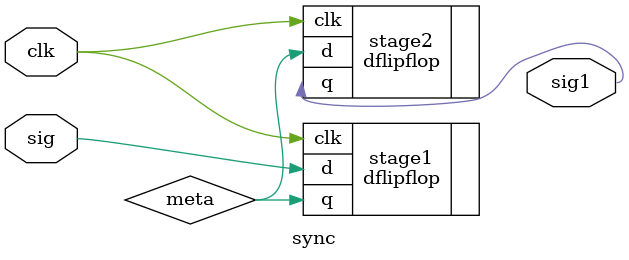
<source format=v>
`timescale 1ns / 1ps


module sync(input clk, input sig, output sig1);
wire meta;
dflipflop stage1(.clk(clk),.d(sig),.q(meta));
dflipflop stage2(.clk(clk),.d(meta),.q(sig1));

endmodule




</source>
